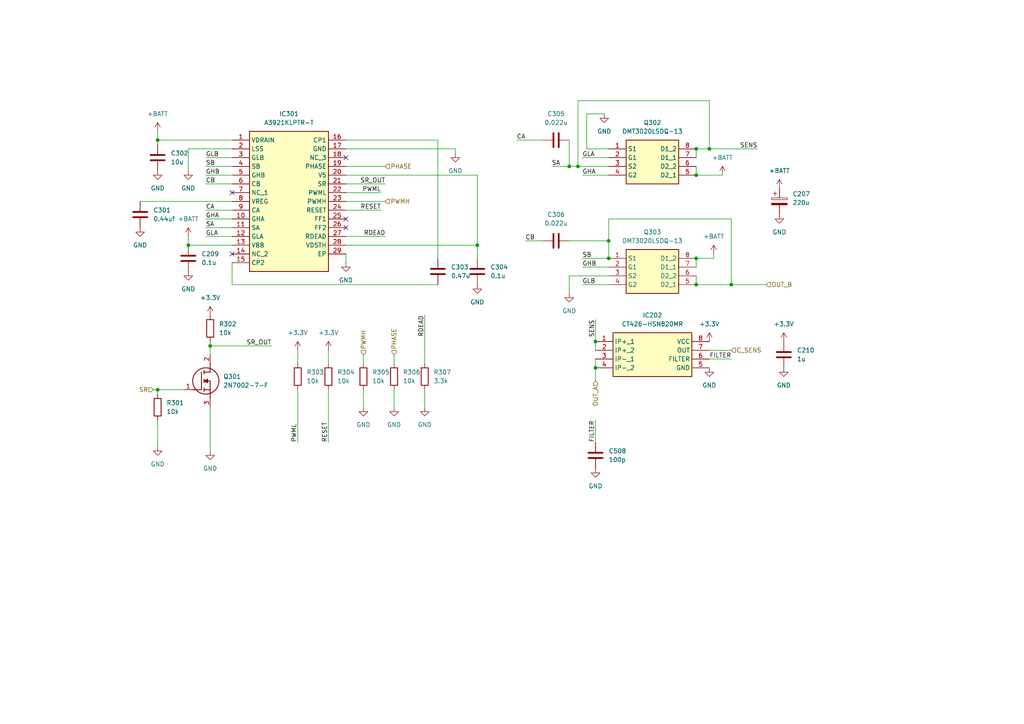
<source format=kicad_sch>
(kicad_sch (version 20230121) (generator eeschema)
  (paper "A4")
  (lib_symbols
    (symbol "motorDrive:+3.3V" (power) (pin_names (offset 0))
      (property "Value" "+3.3V" (at 0 3.556 0))
      (symbol "+3.3V_0_1"
        (polyline (pts (xy -0.762 1.27) (xy 0 2.54)))
        (polyline (pts (xy 0 0) (xy 0 2.54)))
        (polyline (pts (xy 0 2.54) (xy 0.762 1.27)))
      )
      (symbol "+3.3V_1_1"
        (pin power_in line (at 0 0 90) (length 0) hide (name "+3.3V") (number "1"))
      )
    )
    (symbol "motorDrive:+BATT" (power) (pin_names (offset 0))
      (property "Value" "+BATT" (at 0 3.556 0))
      (symbol "+BATT_0_1"
        (polyline (pts (xy -0.762 1.27) (xy 0 2.54)))
        (polyline (pts (xy 0 0) (xy 0 2.54)))
        (polyline (pts (xy 0 2.54) (xy 0.762 1.27)))
      )
      (symbol "+BATT_1_1"
        (pin power_in line (at 0 0 90) (length 0) hide (name "+BATT") (number "1"))
      )
    )
    (symbol "motorDrive:2N7002-7-F" (pin_names hide)
      (property "Reference" "Q" (at 11.43 3.81 0))
      (property "Value" "2N7002-7-F" (at 11.43 1.27 0))
      (symbol "2N7002-7-F_1_1"
        (polyline (pts (xy 2.54 0) (xy 5.08 0)) (stroke (width 0.254)))
        (polyline (pts (xy 5.08 5.08) (xy 5.08 0)) (stroke (width 0.254)))
        (polyline (pts (xy 5.842 -0.508) (xy 5.842 0.508)) (stroke (width 0.254)))
        (polyline (pts (xy 5.842 0) (xy 7.62 0)) (stroke (width 0.254)))
        (polyline (pts (xy 5.842 2.032) (xy 5.842 3.048)) (stroke (width 0.254)))
        (polyline (pts (xy 5.842 5.588) (xy 5.842 4.572)) (stroke (width 0.254)))
        (polyline (pts (xy 7.62 2.54) (xy 5.842 2.54)) (stroke (width 0.254)))
        (polyline (pts (xy 7.62 2.54) (xy 7.62 -2.54)) (stroke (width 0.254)))
        (polyline (pts (xy 7.62 5.08) (xy 5.842 5.08)) (stroke (width 0.254)))
        (polyline (pts (xy 7.62 5.08) (xy 7.62 7.62)) (stroke (width 0.254)))
        (polyline (pts (xy 5.842 2.54) (xy 6.858 3.048) (xy 6.858 2.032) (xy 5.842 2.54)) (stroke (width 0.254)) (fill (type outline)))
        (circle (center 6.35 2.54) (radius 3.81) (stroke (width 0.254)))
        (pin passive line (at 0 0 0) (length 2.54) (name "G") (number "1"))
        (pin passive line (at 7.62 10.16 270) (length 2.54) (name "D") (number "2"))
        (pin passive line (at 7.62 -5.08 90) (length 2.54) (name "S") (number "3"))
      )
    )
    (symbol "motorDrive:A3921KLPTR-T"
      (property "Reference" "IC" (at 29.21 7.62 0))
      (property "Value" "A3921KLPTR-T" (at 29.21 5.08 0))
      (symbol "A3921KLPTR-T_1_1"
        (rectangle (start 5.08 2.54) (end 27.94 -38.1) (stroke (width 0.254)) (fill (type background)))
        (pin passive line (at 0 0 0) (length 5.08) (name "VDRAIN") (number "1"))
        (pin passive line (at 0 -22.86 0) (length 5.08) (name "GHA") (number "10"))
        (pin passive line (at 0 -25.4 0) (length 5.08) (name "SA") (number "11"))
        (pin passive line (at 0 -27.94 0) (length 5.08) (name "GLA") (number "12"))
        (pin passive line (at 0 -30.48 0) (length 5.08) (name "VBB") (number "13"))
        (pin passive line (at 0 -33.02 0) (length 5.08) (name "NC_2") (number "14"))
        (pin passive line (at 0 -35.56 0) (length 5.08) (name "CP2") (number "15"))
        (pin passive line (at 33.02 0 180) (length 5.08) (name "CP1") (number "16"))
        (pin passive line (at 33.02 -2.54 180) (length 5.08) (name "GND") (number "17"))
        (pin passive line (at 33.02 -5.08 180) (length 5.08) (name "NC_3") (number "18"))
        (pin passive line (at 33.02 -7.62 180) (length 5.08) (name "PHASE") (number "19"))
        (pin passive line (at 0 -2.54 0) (length 5.08) (name "LSS") (number "2"))
        (pin passive line (at 33.02 -10.16 180) (length 5.08) (name "V5") (number "20"))
        (pin passive line (at 33.02 -12.7 180) (length 5.08) (name "SR") (number "21"))
        (pin passive line (at 33.02 -15.24 180) (length 5.08) (name "PWML") (number "22"))
        (pin passive line (at 33.02 -17.78 180) (length 5.08) (name "PWMH") (number "23"))
        (pin passive line (at 33.02 -20.32 180) (length 5.08) (name "RESET") (number "24"))
        (pin passive line (at 33.02 -22.86 180) (length 5.08) (name "FF1") (number "25"))
        (pin passive line (at 33.02 -25.4 180) (length 5.08) (name "FF2") (number "26"))
        (pin passive line (at 33.02 -27.94 180) (length 5.08) (name "RDEAD") (number "27"))
        (pin passive line (at 33.02 -30.48 180) (length 5.08) (name "VDSTH") (number "28"))
        (pin passive line (at 33.02 -33.02 180) (length 5.08) (name "EP") (number "29"))
        (pin passive line (at 0 -5.08 0) (length 5.08) (name "GLB") (number "3"))
        (pin passive line (at 0 -7.62 0) (length 5.08) (name "SB") (number "4"))
        (pin passive line (at 0 -10.16 0) (length 5.08) (name "GHB") (number "5"))
        (pin passive line (at 0 -12.7 0) (length 5.08) (name "CB") (number "6"))
        (pin passive line (at 0 -15.24 0) (length 5.08) (name "NC_1") (number "7"))
        (pin passive line (at 0 -17.78 0) (length 5.08) (name "VREG") (number "8"))
        (pin passive line (at 0 -20.32 0) (length 5.08) (name "CA") (number "9"))
      )
    )
    (symbol "motorDrive:C" (pin_numbers hide) (pin_names (offset 0.254))
      (property "Reference" "C" (at 0.635 2.54 0))
      (property "Value" "C" (at 0.635 -2.54 0))
      (symbol "C_0_1"
        (polyline (pts (xy -2.032 -0.762) (xy 2.032 -0.762)) (stroke (width 0.508)))
        (polyline (pts (xy -2.032 0.762) (xy 2.032 0.762)) (stroke (width 0.508)))
      )
      (symbol "C_1_1"
        (pin passive line (at 0 3.81 270) (length 2.794) (name "~") (number "1"))
        (pin passive line (at 0 -3.81 90) (length 2.794) (name "~") (number "2"))
      )
    )
    (symbol "motorDrive:CT426-HSN820MR"
      (property "Reference" "IC" (at 29.21 7.62 0))
      (property "Value" "CT426-HSN820MR" (at 29.21 5.08 0))
      (symbol "CT426-HSN820MR_1_1"
        (rectangle (start 5.08 2.54) (end 27.94 -10.16) (stroke (width 0.254)) (fill (type background)))
        (pin passive line (at 0 0 0) (length 5.08) (name "IP+_1") (number "1"))
        (pin passive line (at 0 -2.54 0) (length 5.08) (name "IP+_2") (number "2"))
        (pin passive line (at 0 -5.08 0) (length 5.08) (name "IP-_1") (number "3"))
        (pin passive line (at 0 -7.62 0) (length 5.08) (name "IP-_2") (number "4"))
        (pin passive line (at 33.02 -7.62 180) (length 5.08) (name "GND") (number "5"))
        (pin passive line (at 33.02 -5.08 180) (length 5.08) (name "FILTER") (number "6"))
        (pin passive line (at 33.02 -2.54 180) (length 5.08) (name "OUT") (number "7"))
        (pin passive line (at 33.02 0 180) (length 5.08) (name "VCC") (number "8"))
      )
    )
    (symbol "motorDrive:C_Polarized" (pin_numbers hide) (pin_names (offset 0.254))
      (property "Reference" "C" (at 0.635 2.54 0))
      (property "Value" "C_Polarized" (at 0.635 -2.54 0))
      (symbol "C_Polarized_0_1"
        (rectangle (start -2.286 0.508) (end 2.286 1.016))
        (polyline (pts (xy -1.778 2.286) (xy -0.762 2.286)))
        (polyline (pts (xy -1.27 2.794) (xy -1.27 1.778)))
        (rectangle (start 2.286 -0.508) (end -2.286 -1.016) (fill (type outline)))
      )
      (symbol "C_Polarized_1_1"
        (pin passive line (at 0 3.81 270) (length 2.794) (name "~") (number "1"))
        (pin passive line (at 0 -3.81 90) (length 2.794) (name "~") (number "2"))
      )
    )
    (symbol "motorDrive:DMT3020LSDQ-13"
      (property "Reference" "Q" (at 21.59 7.62 0))
      (property "Value" "DMT3020LSDQ-13" (at 21.59 5.08 0))
      (symbol "DMT3020LSDQ-13_1_1"
        (rectangle (start 5.08 2.54) (end 20.32 -10.16) (stroke (width 0.254)) (fill (type background)))
        (pin passive line (at 0 0 0) (length 5.08) (name "S1") (number "1"))
        (pin passive line (at 0 -2.54 0) (length 5.08) (name "G1") (number "2"))
        (pin passive line (at 0 -5.08 0) (length 5.08) (name "S2") (number "3"))
        (pin passive line (at 0 -7.62 0) (length 5.08) (name "G2") (number "4"))
        (pin passive line (at 25.4 -7.62 180) (length 5.08) (name "D2_1") (number "5"))
        (pin passive line (at 25.4 -5.08 180) (length 5.08) (name "D2_2") (number "6"))
        (pin passive line (at 25.4 -2.54 180) (length 5.08) (name "D1_1") (number "7"))
        (pin passive line (at 25.4 0 180) (length 5.08) (name "D1_2") (number "8"))
      )
    )
    (symbol "motorDrive:GND" (power) (pin_names (offset 0))
      (property "Value" "GND" (at 0 -3.81 0))
      (symbol "GND_0_1"
        (polyline (pts (xy 0 0) (xy 0 -1.27) (xy 1.27 -1.27) (xy 0 -2.54) (xy -1.27 -1.27) (xy 0 -1.27)))
      )
      (symbol "GND_1_1"
        (pin power_in line (at 0 0 270) (length 0) hide (name "GND") (number "1"))
      )
    )
    (symbol "motorDrive:R" (pin_numbers hide) (pin_names (offset 0))
      (property "Reference" "R" (at 2.032 0 90))
      (property "Value" "R" (at 0 0 90))
      (symbol "R_0_1"
        (rectangle (start -1.016 -2.54) (end 1.016 2.54) (stroke (width 0.254)))
      )
      (symbol "R_1_1"
        (pin passive line (at 0 3.81 270) (length 1.27) (name "~") (number "1"))
        (pin passive line (at 0 -3.81 90) (length 1.27) (name "~") (number "2"))
      )
    )
  )
  (junction (at 201.93 74.93))
  (junction (at 176.53 74.93))
  (junction (at 212.09 82.55))
  (junction (at 165.1 48.26))
  (junction (at 45.72 113.03))
  (junction (at 60.96 100.33))
  (junction (at 172.72 99.06))
  (junction (at 45.72 40.64))
  (junction (at 176.53 69.85))
  (junction (at 138.43 71.12))
  (junction (at 172.72 106.68))
  (junction (at 201.93 50.8))
  (junction (at 201.93 43.18))
  (junction (at 205.74 43.18))
  (junction (at 54.61 71.12))
  (junction (at 167.64 48.26))
  (junction (at 201.93 82.55))
  (no_connect (at 67.31 73.66))
  (no_connect (at 100.33 66.04))
  (no_connect (at 100.33 63.5))
  (no_connect (at 67.31 55.88))
  (no_connect (at 100.33 45.72))
  (wire (pts (xy 95.25 113.03) (xy 95.25 128.27)))
  (wire (pts (xy 105.41 105.41) (xy 105.41 102.87)))
  (wire (pts (xy 45.72 114.3) (xy 45.72 113.03)))
  (wire (pts (xy 176.53 63.5) (xy 212.09 63.5)))
  (wire (pts (xy 168.91 45.72) (xy 176.53 45.72)))
  (wire (pts (xy 60.96 100.33) (xy 78.74 100.33)))
  (wire (pts (xy 100.33 55.88) (xy 110.49 55.88)))
  (wire (pts (xy 54.61 43.18) (xy 54.61 49.53)))
  (wire (pts (xy 165.1 69.85) (xy 176.53 69.85)))
  (wire (pts (xy 201.93 48.26) (xy 201.93 50.8)))
  (wire (pts (xy 44.45 113.03) (xy 45.72 113.03)))
  (wire (pts (xy 152.4 69.85) (xy 157.48 69.85)))
  (wire (pts (xy 100.33 60.96) (xy 110.49 60.96)))
  (wire (pts (xy 45.72 113.03) (xy 53.34 113.03)))
  (wire (pts (xy 40.64 58.42) (xy 67.31 58.42)))
  (wire (pts (xy 170.18 33.02) (xy 175.26 33.02)))
  (wire (pts (xy 172.72 92.71) (xy 172.72 99.06)))
  (wire (pts (xy 67.31 82.55) (xy 67.31 76.2)))
  (wire (pts (xy 59.69 48.26) (xy 67.31 48.26)))
  (wire (pts (xy 100.33 40.64) (xy 127 40.64)))
  (wire (pts (xy 201.93 82.55) (xy 212.09 82.55)))
  (wire (pts (xy 176.53 43.18) (xy 170.18 43.18)))
  (wire (pts (xy 172.72 106.68) (xy 172.72 110.49)))
  (wire (pts (xy 167.64 29.21) (xy 167.64 48.26)))
  (wire (pts (xy 165.1 48.26) (xy 167.64 48.26)))
  (wire (pts (xy 60.96 100.33) (xy 60.96 99.06)))
  (wire (pts (xy 100.33 68.58) (xy 111.76 68.58)))
  (wire (pts (xy 201.93 43.18) (xy 205.74 43.18)))
  (wire (pts (xy 212.09 63.5) (xy 212.09 82.55)))
  (wire (pts (xy 176.53 80.01) (xy 165.1 80.01)))
  (wire (pts (xy 123.19 91.44) (xy 123.19 105.41)))
  (wire (pts (xy 172.72 121.92) (xy 172.72 128.27)))
  (wire (pts (xy 160.02 48.26) (xy 165.1 48.26)))
  (wire (pts (xy 111.76 48.26) (xy 100.33 48.26)))
  (wire (pts (xy 86.36 113.03) (xy 86.36 128.27)))
  (wire (pts (xy 45.72 121.92) (xy 45.72 129.54)))
  (wire (pts (xy 138.43 71.12) (xy 138.43 74.93)))
  (wire (pts (xy 172.72 104.14) (xy 172.72 106.68)))
  (wire (pts (xy 60.96 100.33) (xy 60.96 102.87)))
  (wire (pts (xy 59.69 66.04) (xy 67.31 66.04)))
  (wire (pts (xy 201.93 43.18) (xy 201.93 45.72)))
  (wire (pts (xy 59.69 53.34) (xy 67.31 53.34)))
  (wire (pts (xy 168.91 82.55) (xy 176.53 82.55)))
  (wire (pts (xy 138.43 50.8) (xy 138.43 71.12)))
  (wire (pts (xy 95.25 101.6) (xy 95.25 105.41)))
  (wire (pts (xy 205.74 104.14) (xy 212.09 104.14)))
  (wire (pts (xy 114.3 113.03) (xy 114.3 118.11)))
  (wire (pts (xy 212.09 101.6) (xy 205.74 101.6)))
  (wire (pts (xy 167.64 48.26) (xy 176.53 48.26)))
  (wire (pts (xy 176.53 69.85) (xy 176.53 74.93)))
  (wire (pts (xy 45.72 40.64) (xy 45.72 41.91)))
  (wire (pts (xy 205.74 43.18) (xy 205.74 29.21)))
  (wire (pts (xy 100.33 43.18) (xy 132.08 43.18)))
  (wire (pts (xy 111.76 58.42) (xy 100.33 58.42)))
  (wire (pts (xy 201.93 80.01) (xy 201.93 82.55)))
  (wire (pts (xy 59.69 60.96) (xy 67.31 60.96)))
  (wire (pts (xy 207.01 74.93) (xy 201.93 74.93)))
  (wire (pts (xy 165.1 80.01) (xy 165.1 85.09)))
  (wire (pts (xy 172.72 99.06) (xy 172.72 101.6)))
  (wire (pts (xy 100.33 71.12) (xy 138.43 71.12)))
  (wire (pts (xy 165.1 40.64) (xy 165.1 48.26)))
  (wire (pts (xy 170.18 43.18) (xy 170.18 33.02)))
  (wire (pts (xy 123.19 118.11) (xy 123.19 113.03)))
  (wire (pts (xy 127 40.64) (xy 127 74.93)))
  (wire (pts (xy 45.72 38.1) (xy 45.72 40.64)))
  (wire (pts (xy 201.93 50.8) (xy 209.55 50.8)))
  (wire (pts (xy 207.01 73.66) (xy 207.01 74.93)))
  (wire (pts (xy 114.3 105.41) (xy 114.3 102.87)))
  (wire (pts (xy 67.31 82.55) (xy 127 82.55)))
  (wire (pts (xy 86.36 101.6) (xy 86.36 105.41)))
  (wire (pts (xy 149.86 40.64) (xy 157.48 40.64)))
  (wire (pts (xy 212.09 82.55) (xy 222.25 82.55)))
  (wire (pts (xy 67.31 40.64) (xy 45.72 40.64)))
  (wire (pts (xy 100.33 50.8) (xy 138.43 50.8)))
  (wire (pts (xy 168.91 77.47) (xy 176.53 77.47)))
  (wire (pts (xy 100.33 73.66) (xy 100.33 76.2)))
  (wire (pts (xy 59.69 45.72) (xy 67.31 45.72)))
  (wire (pts (xy 168.91 50.8) (xy 176.53 50.8)))
  (wire (pts (xy 168.91 74.93) (xy 176.53 74.93)))
  (wire (pts (xy 205.74 29.21) (xy 167.64 29.21)))
  (wire (pts (xy 54.61 68.58) (xy 54.61 71.12)))
  (wire (pts (xy 176.53 69.85) (xy 176.53 63.5)))
  (wire (pts (xy 59.69 50.8) (xy 67.31 50.8)))
  (wire (pts (xy 60.96 130.81) (xy 60.96 118.11)))
  (wire (pts (xy 201.93 74.93) (xy 201.93 77.47)))
  (wire (pts (xy 59.69 68.58) (xy 67.31 68.58)))
  (wire (pts (xy 59.69 63.5) (xy 67.31 63.5)))
  (wire (pts (xy 100.33 53.34) (xy 111.76 53.34)))
  (wire (pts (xy 132.08 43.18) (xy 132.08 44.45)))
  (wire (pts (xy 205.74 43.18) (xy 219.71 43.18)))
  (wire (pts (xy 105.41 113.03) (xy 105.41 118.11)))
  (wire (pts (xy 54.61 43.18) (xy 67.31 43.18)))
  (wire (pts (xy 54.61 71.12) (xy 67.31 71.12)))
  (label "RDEAD" (at 123.19 91.44 270))
  (label "RESET" (at 95.25 128.27 90))
  (label "SA" (at 59.69 66.04 0))
  (label "SB" (at 59.69 48.26 0))
  (label "GHB" (at 168.91 77.47 0))
  (label "PWML" (at 110.49 55.88 180))
  (label "SR_OUT" (at 111.76 53.34 180))
  (label "PWML" (at 86.36 128.27 90))
  (label "CA" (at 59.69 60.96 0))
  (label "CB" (at 59.69 53.34 0))
  (label "CB" (at 152.4 69.85 0))
  (label "RESET" (at 110.49 60.96 180))
  (label "GLA" (at 168.91 45.72 0))
  (label "GHA" (at 168.91 50.8 0))
  (label "FILTER" (at 212.09 104.14 180))
  (label "GHA" (at 59.69 63.5 0))
  (label "SA" (at 160.02 48.26 0))
  (label "SENS" (at 172.72 92.71 270))
  (label "GLB" (at 168.91 82.55 0))
  (label "GLA" (at 59.69 68.58 0))
  (label "CA" (at 149.86 40.64 0))
  (label "RDEAD" (at 111.76 68.58 180))
  (label "SR_OUT" (at 78.74 100.33 180))
  (label "GLB" (at 59.69 45.72 0))
  (label "FILTER" (at 172.72 121.92 270))
  (label "SENS" (at 219.71 43.18 180))
  (label "GHB" (at 59.69 50.8 0))
  (label "SB" (at 168.91 74.93 0))
  (hierarchical_label "OUT_A" (shape input) (at 172.72 110.49 270))
  (hierarchical_label "PHASE" (shape input) (at 111.76 48.26 0))
  (hierarchical_label "PWMH" (shape input) (at 105.41 102.87 90))
  (hierarchical_label "OUT_B" (shape input) (at 222.25 82.55 0))
  (hierarchical_label "PWMH" (shape input) (at 111.76 58.42 0))
  (hierarchical_label "C_SENS" (shape input) (at 212.09 101.6 0))
  (hierarchical_label "SR" (shape input) (at 44.45 113.03 180))
  (hierarchical_label "PHASE" (shape input) (at 114.3 102.87 90))
  (symbol (lib_id "motorDrive:R") (at 45.72 118.11 180) (unit 1)
    (property "Reference" "R301" (at 48.26 116.84 0) (effects (justify right)))
    (property "Value" "10k" (at 48.26 119.38 0) (effects (justify right)))
    (property "Footprint" "Resistor_SMD:R_0603_1608Metric" (effects hide))
    (instances (project "motorDrive" (path "" (reference "R301") (unit 1)) (path "" (reference "R201") (unit 1)) (path "" (reference "R401") (unit 1)) (path "" (reference "R501") (unit 1)) (path "" (reference "R601") (unit 1))))
  )
  (symbol (lib_id "motorDrive:DMT3020LSDQ-13") (at 176.53 43.18 0) (unit 1)
    (property "Reference" "Q302" (at 189.23 35.56 0))
    (property "Value" "DMT3020LSDQ-13" (at 189.23 38.1 0))
    (property "Footprint" "00_myFoot_7.0Lib:SOIC127P600X170-8N" (effects hide))
    (property "Datasheet" "https://www.diodes.com//assets/Datasheets/DMT3020LSDQ.pdf" (effects hide))
    (property "Height" "1.7" (effects hide))
    (property "Manufacturer_Name" "Diodes Incorporated" (effects hide))
    (property "Manufacturer_Part_Number" "DMT3020LSDQ-13" (effects hide))
    (property "Mouser Part Number" "621-DMT3020LSDQ-13" (effects hide))
    (property "Mouser Price/Stock" "https://www.mouser.co.uk/ProductDetail/Diodes-Incorporated/DMT3020LSDQ-13?qs=Cb2nCFKsA8rthxKmUbYESA%3D%3D" (effects hide))
    (property "Arrow Part Number" "DMT3020LSDQ-13" (effects hide))
    (property "Arrow Price/Stock" "https://www.arrow.com/en/products/dmt3020lsdq-13/diodes-incorporated?region=nac" (effects hide))
    (instances (project "motorDrive" (path "" (reference "Q302") (unit 1)) (path "" (reference "Q202") (unit 1)) (path "" (reference "Q402") (unit 1)) (path "" (reference "Q502") (unit 1)) (path "" (reference "Q602") (unit 1))))
  )
  (symbol (lib_id "motorDrive:+3.3V") (at 205.74 99.06 0) (unit 1)
    (property "Reference" "#PWR0224" (effects hide))
    (property "Value" "+3.3V" (at 205.74 93.98 0))
    (instances (project "motorDrive" (path "" (reference "#PWR0224") (unit 1)) (path "" (reference "#PWR0324") (unit 1)) (path "" (reference "#PWR0424") (unit 1)) (path "" (reference "#PWR0524") (unit 1)) (path "" (reference "#PWR0624") (unit 1))))
  )
  (symbol (lib_id "motorDrive:2N7002-7-F") (at 53.34 113.03 0) (unit 1)
    (property "Reference" "Q301" (at 64.77 109.22 0) (effects (justify left)))
    (property "Value" "2N7002-7-F" (at 64.77 111.76 0) (effects (justify left)))
    (property "Footprint" "00_myFoot_7.0Lib:SOT95P240X100-3N" (effects hide))
    (property "Datasheet" "https://componentsearchengine.com/Datasheets/2/2N7002-7-F.pdf" (effects hide))
    (property "Height" "1" (effects hide))
    (property "Manufacturer_Name" "Multicomp Pro" (effects hide))
    (property "Manufacturer_Part_Number" "2N7002-7-F" (effects hide))
    (instances (project "motorDrive" (path "" (reference "Q301") (unit 1)) (path "" (reference "Q201") (unit 1)) (path "" (reference "Q401") (unit 1)) (path "" (reference "Q501") (unit 1)) (path "" (reference "Q601") (unit 1))))
  )
  (symbol (lib_id "motorDrive:GND") (at 132.08 44.45 0) (unit 1)
    (property "Reference" "#PWR0313" (effects hide))
    (property "Value" "GND" (at 132.08 49.53 0))
    (instances (project "motorDrive" (path "" (reference "#PWR0313") (unit 1)) (path "" (reference "#PWR0213") (unit 1)) (path "" (reference "#PWR0413") (unit 1)) (path "" (reference "#PWR0513") (unit 1)) (path "" (reference "#PWR0613") (unit 1))))
  )
  (symbol (lib_id "motorDrive:C") (at 172.72 132.08 0) (unit 1)
    (property "Reference" "C508" (at 176.53 130.81 0) (effects (justify left)))
    (property "Value" "100p" (at 176.53 133.35 0) (effects (justify left)))
    (property "Footprint" "Capacitor_SMD:C_0603_1608Metric" (effects hide))
    (instances (project "motorDrive" (path "" (reference "C508") (unit 1)) (path "" (reference "C208") (unit 1)) (path "" (reference "C308") (unit 1)) (path "" (reference "C408") (unit 1)) (path "" (reference "C608") (unit 1))))
  )
  (symbol (lib_id "motorDrive:CT426-HSN820MR") (at 172.72 99.06 0) (unit 1)
    (property "Reference" "IC202" (at 189.23 91.44 0))
    (property "Value" "CT426-HSN820MR" (at 189.23 93.98 0))
    (property "Footprint" "00_myFoot_7.0Lib:SOIC127P600X172-8N" (effects hide))
    (property "Datasheet" "https://www.mouser.co.uk/datasheet/2/779/CT426_Data_Sheet_Rev0_7-2934570.pdf" (effects hide))
    (property "Height" "1.72" (effects hide))
    (property "Manufacturer_Name" "Crocus" (effects hide))
    (property "Manufacturer_Part_Number" "CT426-HSN820MR" (effects hide))
    (instances (project "motorDrive" (path "" (reference "IC202") (unit 1)) (path "" (reference "IC302") (unit 1)) (path "" (reference "IC402") (unit 1)) (path "" (reference "IC502") (unit 1)) (path "" (reference "IC602") (unit 1))))
  )
  (symbol (lib_id "motorDrive:GND") (at 54.61 49.53 0) (unit 1)
    (property "Reference" "#PWR0304" (effects hide))
    (property "Value" "GND" (at 54.61 54.61 0))
    (instances (project "motorDrive" (path "" (reference "#PWR0304") (unit 1)) (path "" (reference "#PWR0204") (unit 1)) (path "" (reference "#PWR0404") (unit 1)) (path "" (reference "#PWR0504") (unit 1)) (path "" (reference "#PWR0604") (unit 1))))
  )
  (symbol (lib_id "motorDrive:GND") (at 227.33 106.68 0) (unit 1)
    (property "Reference" "#PWR0228" (effects hide))
    (property "Value" "GND" (at 227.33 111.76 0))
    (instances (project "motorDrive" (path "" (reference "#PWR0228") (unit 1)) (path "" (reference "#PWR0328") (unit 1)) (path "" (reference "#PWR0428") (unit 1)) (path "" (reference "#PWR0528") (unit 1)) (path "" (reference "#PWR0628") (unit 1))))
  )
  (symbol (lib_id "motorDrive:GND") (at 100.33 76.2 0) (unit 1)
    (property "Reference" "#PWR0309" (effects hide))
    (property "Value" "GND" (at 100.33 81.28 0))
    (instances (project "motorDrive" (path "" (reference "#PWR0309") (unit 1)) (path "" (reference "#PWR0209") (unit 1)) (path "" (reference "#PWR0409") (unit 1)) (path "" (reference "#PWR0509") (unit 1)) (path "" (reference "#PWR0609") (unit 1))))
  )
  (symbol (lib_id "motorDrive:+3.3V") (at 86.36 101.6 0) (unit 1)
    (property "Reference" "#PWR0208" (effects hide))
    (property "Value" "+3.3V" (at 86.36 96.52 0))
    (instances (project "motorDrive" (path "" (reference "#PWR0208") (unit 1)) (path "" (reference "#PWR0308") (unit 1)) (path "" (reference "#PWR0408") (unit 1)) (path "" (reference "#PWR0508") (unit 1)) (path "" (reference "#PWR0608") (unit 1))))
  )
  (symbol (lib_id "motorDrive:C") (at 138.43 78.74 0) (unit 1)
    (property "Reference" "C304" (at 142.24 77.47 0) (effects (justify left)))
    (property "Value" "0.1u" (at 142.24 80.01 0) (effects (justify left)))
    (property "Footprint" "Capacitor_SMD:C_0603_1608Metric" (effects hide))
    (instances (project "motorDrive" (path "" (reference "C304") (unit 1)) (path "" (reference "C204") (unit 1)) (path "" (reference "C404") (unit 1)) (path "" (reference "C504") (unit 1)) (path "" (reference "C604") (unit 1))))
  )
  (symbol (lib_id "motorDrive:GND") (at 138.43 82.55 0) (unit 1)
    (property "Reference" "#PWR0315" (effects hide))
    (property "Value" "GND" (at 138.43 87.63 0))
    (instances (project "motorDrive" (path "" (reference "#PWR0315") (unit 1)) (path "" (reference "#PWR0215") (unit 1)) (path "" (reference "#PWR0415") (unit 1)) (path "" (reference "#PWR0515") (unit 1)) (path "" (reference "#PWR0615") (unit 1))))
  )
  (symbol (lib_id "motorDrive:+BATT") (at 54.61 68.58 0) (unit 1)
    (property "Reference" "#PWR0305" (effects hide))
    (property "Value" "+BATT" (at 54.61 63.5 0))
    (instances (project "motorDrive" (path "" (reference "#PWR0305") (unit 1)) (path "" (reference "#PWR0205") (unit 1)) (path "" (reference "#PWR0405") (unit 1)) (path "" (reference "#PWR0505") (unit 1)) (path "" (reference "#PWR0605") (unit 1))))
  )
  (symbol (lib_id "motorDrive:GND") (at 226.06 62.23 0) (unit 1)
    (property "Reference" "#PWR0221" (effects hide))
    (property "Value" "GND" (at 226.06 67.31 0))
    (instances (project "motorDrive" (path "" (reference "#PWR0221") (unit 1)) (path "" (reference "#PWR0321") (unit 1)) (path "" (reference "#PWR0421") (unit 1)) (path "" (reference "#PWR0521") (unit 1)) (path "" (reference "#PWR0621") (unit 1))))
  )
  (symbol (lib_id "motorDrive:GND") (at 45.72 49.53 0) (unit 1)
    (property "Reference" "#PWR0303" (effects hide))
    (property "Value" "GND" (at 45.72 54.61 0))
    (instances (project "motorDrive" (path "" (reference "#PWR0303") (unit 1)) (path "" (reference "#PWR0203") (unit 1)) (path "" (reference "#PWR0403") (unit 1)) (path "" (reference "#PWR0503") (unit 1)) (path "" (reference "#PWR0603") (unit 1))))
  )
  (symbol (lib_id "motorDrive:GND") (at 165.1 85.09 0) (unit 1)
    (property "Reference" "#PWR0316" (effects hide))
    (property "Value" "GND" (at 165.1 90.17 0))
    (instances (project "motorDrive" (path "" (reference "#PWR0316") (unit 1)) (path "" (reference "#PWR0216") (unit 1)) (path "" (reference "#PWR0416") (unit 1)) (path "" (reference "#PWR0516") (unit 1)) (path "" (reference "#PWR0616") (unit 1))))
  )
  (symbol (lib_id "motorDrive:C") (at 40.64 62.23 0) (unit 1)
    (property "Reference" "C301" (at 44.45 60.96 0) (effects (justify left)))
    (property "Value" "0.44uf" (at 44.45 63.5 0) (effects (justify left)))
    (property "Footprint" "Capacitor_SMD:C_0603_1608Metric" (effects hide))
    (instances (project "motorDrive" (path "" (reference "C301") (unit 1)) (path "" (reference "C201") (unit 1)) (path "" (reference "C401") (unit 1)) (path "" (reference "C501") (unit 1)) (path "" (reference "C601") (unit 1))))
  )
  (symbol (lib_id "motorDrive:+BATT") (at 207.01 73.66 0) (unit 1)
    (property "Reference" "#PWR0318" (effects hide))
    (property "Value" "+BATT" (at 207.01 68.58 0))
    (instances (project "motorDrive" (path "" (reference "#PWR0318") (unit 1)) (path "" (reference "#PWR0218") (unit 1)) (path "" (reference "#PWR0418") (unit 1)) (path "" (reference "#PWR0518") (unit 1)) (path "" (reference "#PWR0618") (unit 1))))
  )
  (symbol (lib_id "motorDrive:GND") (at 105.41 118.11 0) (unit 1)
    (property "Reference" "#PWR0311" (effects hide))
    (property "Value" "GND" (at 105.41 123.19 0))
    (instances (project "motorDrive" (path "" (reference "#PWR0311") (unit 1)) (path "" (reference "#PWR0211") (unit 1)) (path "" (reference "#PWR0411") (unit 1)) (path "" (reference "#PWR0511") (unit 1)) (path "" (reference "#PWR0611") (unit 1))))
  )
  (symbol (lib_id "motorDrive:DMT3020LSDQ-13") (at 176.53 74.93 0) (unit 1)
    (property "Reference" "Q303" (at 189.23 67.31 0))
    (property "Value" "DMT3020LSDQ-13" (at 189.23 69.85 0))
    (property "Footprint" "00_myFoot_7.0Lib:SOIC127P600X170-8N" (effects hide))
    (property "Datasheet" "https://www.diodes.com//assets/Datasheets/DMT3020LSDQ.pdf" (effects hide))
    (property "Height" "1.7" (effects hide))
    (property "Manufacturer_Name" "Diodes Incorporated" (effects hide))
    (property "Manufacturer_Part_Number" "DMT3020LSDQ-13" (effects hide))
    (property "Mouser Part Number" "621-DMT3020LSDQ-13" (effects hide))
    (property "Mouser Price/Stock" "https://www.mouser.co.uk/ProductDetail/Diodes-Incorporated/DMT3020LSDQ-13?qs=Cb2nCFKsA8rthxKmUbYESA%3D%3D" (effects hide))
    (property "Arrow Part Number" "DMT3020LSDQ-13" (effects hide))
    (property "Arrow Price/Stock" "https://www.arrow.com/en/products/dmt3020lsdq-13/diodes-incorporated?region=nac" (effects hide))
    (instances (project "motorDrive" (path "" (reference "Q303") (unit 1)) (path "" (reference "Q203") (unit 1)) (path "" (reference "Q403") (unit 1)) (path "" (reference "Q503") (unit 1)) (path "" (reference "Q603") (unit 1))))
  )
  (symbol (lib_id "motorDrive:+BATT") (at 209.55 50.8 0) (unit 1)
    (property "Reference" "#PWR0319" (effects hide))
    (property "Value" "+BATT" (at 209.55 45.72 0))
    (instances (project "motorDrive" (path "" (reference "#PWR0319") (unit 1)) (path "" (reference "#PWR0219") (unit 1)) (path "" (reference "#PWR0419") (unit 1)) (path "" (reference "#PWR0519") (unit 1)) (path "" (reference "#PWR0619") (unit 1))))
  )
  (symbol (lib_id "motorDrive:R") (at 86.36 109.22 180) (unit 1)
    (property "Reference" "R303" (at 88.9 107.95 0) (effects (justify right)))
    (property "Value" "10k" (at 88.9 110.49 0) (effects (justify right)))
    (property "Footprint" "Resistor_SMD:R_0603_1608Metric" (effects hide))
    (instances (project "motorDrive" (path "" (reference "R303") (unit 1)) (path "" (reference "R203") (unit 1)) (path "" (reference "R403") (unit 1)) (path "" (reference "R503") (unit 1)) (path "" (reference "R603") (unit 1))))
  )
  (symbol (lib_id "motorDrive:R") (at 60.96 95.25 180) (unit 1)
    (property "Reference" "R302" (at 63.5 93.98 0) (effects (justify right)))
    (property "Value" "10k" (at 63.5 96.52 0) (effects (justify right)))
    (property "Footprint" "Resistor_SMD:R_0603_1608Metric" (effects hide))
    (instances (project "motorDrive" (path "" (reference "R302") (unit 1)) (path "" (reference "R202") (unit 1)) (path "" (reference "R402") (unit 1)) (path "" (reference "R502") (unit 1)) (path "" (reference "R602") (unit 1))))
  )
  (symbol (lib_id "motorDrive:C") (at 227.33 102.87 0) (unit 1)
    (property "Reference" "C210" (at 231.14 101.6 0) (effects (justify left)))
    (property "Value" "1u" (at 231.14 104.14 0) (effects (justify left)))
    (property "Footprint" "Capacitor_SMD:C_0603_1608Metric" (effects hide))
    (instances (project "motorDrive" (path "" (reference "C210") (unit 1)) (path "" (reference "C310") (unit 1)) (path "" (reference "C410") (unit 1)) (path "" (reference "C510") (unit 1)) (path "" (reference "C610") (unit 1))))
  )
  (symbol (lib_id "motorDrive:GND") (at 114.3 118.11 0) (unit 1)
    (property "Reference" "#PWR0312" (effects hide))
    (property "Value" "GND" (at 114.3 123.19 0))
    (instances (project "motorDrive" (path "" (reference "#PWR0312") (unit 1)) (path "" (reference "#PWR0212") (unit 1)) (path "" (reference "#PWR0412") (unit 1)) (path "" (reference "#PWR0512") (unit 1)) (path "" (reference "#PWR0612") (unit 1))))
  )
  (symbol (lib_id "motorDrive:GND") (at 54.61 78.74 0) (unit 1)
    (property "Reference" "#PWR0226" (effects hide))
    (property "Value" "GND" (at 54.61 83.82 0))
    (instances (project "motorDrive" (path "" (reference "#PWR0226") (unit 1)) (path "" (reference "#PWR0326") (unit 1)) (path "" (reference "#PWR0426") (unit 1)) (path "" (reference "#PWR0526") (unit 1)) (path "" (reference "#PWR0626") (unit 1))))
  )
  (symbol (lib_id "motorDrive:GND") (at 175.26 33.02 0) (unit 1)
    (property "Reference" "#PWR0317" (effects hide))
    (property "Value" "GND" (at 175.26 38.1 0))
    (instances (project "motorDrive" (path "" (reference "#PWR0317") (unit 1)) (path "" (reference "#PWR0217") (unit 1)) (path "" (reference "#PWR0417") (unit 1)) (path "" (reference "#PWR0517") (unit 1)) (path "" (reference "#PWR0617") (unit 1))))
  )
  (symbol (lib_id "motorDrive:R") (at 123.19 109.22 180) (unit 1)
    (property "Reference" "R307" (at 125.73 107.95 0) (effects (justify right)))
    (property "Value" "3.3k" (at 125.73 110.49 0) (effects (justify right)))
    (property "Footprint" "Resistor_SMD:R_0603_1608Metric" (effects hide))
    (instances (project "motorDrive" (path "" (reference "R307") (unit 1)) (path "" (reference "R207") (unit 1)) (path "" (reference "R407") (unit 1)) (path "" (reference "R507") (unit 1)) (path "" (reference "R607") (unit 1))))
  )
  (symbol (lib_id "motorDrive:+3.3V") (at 95.25 101.6 0) (unit 1)
    (property "Reference" "#PWR0206" (effects hide))
    (property "Value" "+3.3V" (at 95.25 96.52 0))
    (instances (project "motorDrive" (path "" (reference "#PWR0206") (unit 1)) (path "" (reference "#PWR0306") (unit 1)) (path "" (reference "#PWR0406") (unit 1)) (path "" (reference "#PWR0506") (unit 1)) (path "" (reference "#PWR0606") (unit 1))))
  )
  (symbol (lib_id "motorDrive:GND") (at 172.72 135.89 0) (unit 1)
    (property "Reference" "#PWR0222" (effects hide))
    (property "Value" "GND" (at 172.72 140.97 0))
    (instances (project "motorDrive" (path "" (reference "#PWR0222") (unit 1)) (path "" (reference "#PWR0322") (unit 1)) (path "" (reference "#PWR0422") (unit 1)) (path "" (reference "#PWR0522") (unit 1)) (path "" (reference "#PWR0622") (unit 1))))
  )
  (symbol (lib_id "motorDrive:R") (at 114.3 109.22 180) (unit 1)
    (property "Reference" "R306" (at 116.84 107.95 0) (effects (justify right)))
    (property "Value" "10k" (at 116.84 110.49 0) (effects (justify right)))
    (property "Footprint" "Resistor_SMD:R_0603_1608Metric" (effects hide))
    (instances (project "motorDrive" (path "" (reference "R306") (unit 1)) (path "" (reference "R206") (unit 1)) (path "" (reference "R406") (unit 1)) (path "" (reference "R506") (unit 1)) (path "" (reference "R606") (unit 1))))
  )
  (symbol (lib_id "motorDrive:C") (at 127 78.74 0) (unit 1)
    (property "Reference" "C303" (at 130.81 77.47 0) (effects (justify left)))
    (property "Value" "0.47u" (at 130.81 80.01 0) (effects (justify left)))
    (property "Footprint" "Capacitor_SMD:C_0603_1608Metric" (effects hide))
    (instances (project "motorDrive" (path "" (reference "C303") (unit 1)) (path "" (reference "C203") (unit 1)) (path "" (reference "C403") (unit 1)) (path "" (reference "C503") (unit 1)) (path "" (reference "C603") (unit 1))))
  )
  (symbol (lib_id "motorDrive:GND") (at 60.96 130.81 0) (unit 1)
    (property "Reference" "#PWR0307" (effects hide))
    (property "Value" "GND" (at 60.96 135.89 0))
    (instances (project "motorDrive" (path "" (reference "#PWR0307") (unit 1)) (path "" (reference "#PWR0207") (unit 1)) (path "" (reference "#PWR0407") (unit 1)) (path "" (reference "#PWR0507") (unit 1)) (path "" (reference "#PWR0607") (unit 1))))
  )
  (symbol (lib_id "motorDrive:C") (at 161.29 40.64 270) (unit 1)
    (property "Reference" "C305" (at 161.29 33.02 90))
    (property "Value" "0.022u" (at 161.29 35.56 90))
    (property "Footprint" "Capacitor_SMD:C_0603_1608Metric" (effects hide))
    (instances (project "motorDrive" (path "" (reference "C305") (unit 1)) (path "" (reference "C205") (unit 1)) (path "" (reference "C405") (unit 1)) (path "" (reference "C505") (unit 1)) (path "" (reference "C605") (unit 1))))
  )
  (symbol (lib_id "motorDrive:GND") (at 40.64 66.04 0) (unit 1)
    (property "Reference" "#PWR0301" (effects hide))
    (property "Value" "GND" (at 40.64 71.12 0))
    (instances (project "motorDrive" (path "" (reference "#PWR0301") (unit 1)) (path "" (reference "#PWR0201") (unit 1)) (path "" (reference "#PWR0401") (unit 1)) (path "" (reference "#PWR0501") (unit 1)) (path "" (reference "#PWR0601") (unit 1))))
  )
  (symbol (lib_id "motorDrive:GND") (at 45.72 129.54 0) (unit 1)
    (property "Reference" "#PWR0302" (effects hide))
    (property "Value" "GND" (at 45.72 134.62 0))
    (instances (project "motorDrive" (path "" (reference "#PWR0302") (unit 1)) (path "" (reference "#PWR0202") (unit 1)) (path "" (reference "#PWR0402") (unit 1)) (path "" (reference "#PWR0502") (unit 1)) (path "" (reference "#PWR0602") (unit 1))))
  )
  (symbol (lib_id "motorDrive:C") (at 161.29 69.85 270) (unit 1)
    (property "Reference" "C306" (at 161.29 62.23 90))
    (property "Value" "0.022u" (at 161.29 64.77 90))
    (property "Footprint" "Capacitor_SMD:C_0603_1608Metric" (effects hide))
    (instances (project "motorDrive" (path "" (reference "C306") (unit 1)) (path "" (reference "C206") (unit 1)) (path "" (reference "C406") (unit 1)) (path "" (reference "C506") (unit 1)) (path "" (reference "C606") (unit 1))))
  )
  (symbol (lib_id "motorDrive:+3.3V") (at 60.96 91.44 0) (unit 1)
    (property "Reference" "#PWR0210" (effects hide))
    (property "Value" "+3.3V" (at 60.96 86.36 0))
    (instances (project "motorDrive" (path "" (reference "#PWR0210") (unit 1)) (path "" (reference "#PWR0310") (unit 1)) (path "" (reference "#PWR0410") (unit 1)) (path "" (reference "#PWR0510") (unit 1)) (path "" (reference "#PWR0610") (unit 1))))
  )
  (symbol (lib_id "motorDrive:+BATT") (at 226.06 54.61 0) (unit 1)
    (property "Reference" "#PWR0220" (effects hide))
    (property "Value" "+BATT" (at 226.06 49.53 0))
    (instances (project "motorDrive" (path "" (reference "#PWR0220") (unit 1)) (path "" (reference "#PWR0320") (unit 1)) (path "" (reference "#PWR0420") (unit 1)) (path "" (reference "#PWR0520") (unit 1)) (path "" (reference "#PWR0620") (unit 1))))
  )
  (symbol (lib_id "motorDrive:GND") (at 123.19 118.11 0) (unit 1)
    (property "Reference" "#PWR0314" (effects hide))
    (property "Value" "GND" (at 123.19 123.19 0))
    (instances (project "motorDrive" (path "" (reference "#PWR0314") (unit 1)) (path "" (reference "#PWR0214") (unit 1)) (path "" (reference "#PWR0414") (unit 1)) (path "" (reference "#PWR0514") (unit 1)) (path "" (reference "#PWR0614") (unit 1))))
  )
  (symbol (lib_id "motorDrive:GND") (at 205.74 106.68 0) (unit 1)
    (property "Reference" "#PWR0225" (effects hide))
    (property "Value" "GND" (at 205.74 111.76 0))
    (instances (project "motorDrive" (path "" (reference "#PWR0225") (unit 1)) (path "" (reference "#PWR0325") (unit 1)) (path "" (reference "#PWR0425") (unit 1)) (path "" (reference "#PWR0525") (unit 1)) (path "" (reference "#PWR0625") (unit 1))))
  )
  (symbol (lib_id "motorDrive:A3921KLPTR-T") (at 67.31 40.64 0) (unit 1)
    (property "Reference" "IC301" (at 83.82 33.02 0))
    (property "Value" "A3921KLPTR-T" (at 83.82 35.56 0))
    (property "Footprint" "00_myFoot_7.0Lib:A3944KLPTRT" (effects hide))
    (property "Datasheet" "http://www.allegromicro.com/~/media/files/datasheets/a3921-datasheet.pdf" (effects hide))
    (property "Height" "1.2" (effects hide))
    (property "Manufacturer_Name" "Allegro Microsystems" (effects hide))
    (property "Manufacturer_Part_Number" "A3921KLPTR-T" (effects hide))
    (property "Mouser Part Number" "250-A3921KLPTR-T" (effects hide))
    (property "Mouser Price/Stock" "https://www.mouser.co.uk/ProductDetail/Allegro-MicroSystems/A3921KLPTR-T?qs=pUKx8fyJudB0kHLM8sWE6w%3D%3D" (effects hide))
    (property "Arrow Part Number" "A3921KLPTR-T" (effects hide))
    (property "Arrow Price/Stock" "https://www.arrow.com/en/products/a3921klptr-t/allegro-microsystems?utm_currency=USD&region=nac" (effects hide))
    (instances (project "motorDrive" (path "" (reference "IC301") (unit 1)) (path "" (reference "IC201") (unit 1)) (path "" (reference "IC401") (unit 1)) (path "" (reference "IC501") (unit 1)) (path "" (reference "IC601") (unit 1))))
  )
  (symbol (lib_id "motorDrive:R") (at 95.25 109.22 180) (unit 1)
    (property "Reference" "R304" (at 97.79 107.95 0) (effects (justify right)))
    (property "Value" "10k" (at 97.79 110.49 0) (effects (justify right)))
    (property "Footprint" "Resistor_SMD:R_0603_1608Metric" (effects hide))
    (instances (project "motorDrive" (path "" (reference "R304") (unit 1)) (path "" (reference "R204") (unit 1)) (path "" (reference "R404") (unit 1)) (path "" (reference "R504") (unit 1)) (path "" (reference "R604") (unit 1))))
  )
  (symbol (lib_id "motorDrive:C") (at 54.61 74.93 0) (unit 1)
    (property "Reference" "C209" (at 58.42 73.66 0) (effects (justify left)))
    (property "Value" "0.1u" (at 58.42 76.2 0) (effects (justify left)))
    (property "Footprint" "Capacitor_SMD:C_0603_1608Metric" (effects hide))
    (instances (project "motorDrive" (path "" (reference "C209") (unit 1)) (path "" (reference "C309") (unit 1)) (path "" (reference "C409") (unit 1)) (path "" (reference "C509") (unit 1)) (path "" (reference "C609") (unit 1))))
  )
  (symbol (lib_id "motorDrive:+3.3V") (at 227.33 99.06 0) (unit 1)
    (property "Reference" "#PWR0227" (effects hide))
    (property "Value" "+3.3V" (at 227.33 93.98 0))
    (instances (project "motorDrive" (path "" (reference "#PWR0227") (unit 1)) (path "" (reference "#PWR0327") (unit 1)) (path "" (reference "#PWR0427") (unit 1)) (path "" (reference "#PWR0527") (unit 1)) (path "" (reference "#PWR0627") (unit 1))))
  )
  (symbol (lib_id "motorDrive:C_Polarized") (at 226.06 58.42 0) (unit 1)
    (property "Reference" "C207" (at 229.87 56.261 0) (effects (justify left)))
    (property "Value" "220u" (at 229.87 58.801 0) (effects (justify left)))
    (property "Footprint" "Capacitor_SMD:CP_Elec_6.3x5.9" (effects hide))
    (instances (project "motorDrive" (path "" (reference "C207") (unit 1)) (path "" (reference "C307") (unit 1)) (path "" (reference "C407") (unit 1)) (path "" (reference "C507") (unit 1)) (path "" (reference "C607") (unit 1))))
  )
  (symbol (lib_id "motorDrive:R") (at 105.41 109.22 180) (unit 1)
    (property "Reference" "R305" (at 107.95 107.95 0) (effects (justify right)))
    (property "Value" "10k" (at 107.95 110.49 0) (effects (justify right)))
    (property "Footprint" "Resistor_SMD:R_0603_1608Metric" (effects hide))
    (instances (project "motorDrive" (path "" (reference "R305") (unit 1)) (path "" (reference "R205") (unit 1)) (path "" (reference "R405") (unit 1)) (path "" (reference "R505") (unit 1)) (path "" (reference "R605") (unit 1))))
  )
  (symbol (lib_id "motorDrive:+BATT") (at 45.72 38.1 0) (unit 1)
    (property "Reference" "#PWR0223" (effects hide))
    (property "Value" "+BATT" (at 45.72 33.02 0))
    (instances (project "motorDrive" (path "" (reference "#PWR0223") (unit 1)) (path "" (reference "#PWR0323") (unit 1)) (path "" (reference "#PWR0423") (unit 1)) (path "" (reference "#PWR0523") (unit 1)) (path "" (reference "#PWR0623") (unit 1))))
  )
  (symbol (lib_id "motorDrive:C") (at 45.72 45.72 0) (unit 1)
    (property "Reference" "C302" (at 49.53 44.45 0) (effects (justify left)))
    (property "Value" "10u" (at 49.53 46.99 0) (effects (justify left)))
    (property "Footprint" "Capacitor_SMD:C_0603_1608Metric" (effects hide))
    (instances (project "motorDrive" (path "" (reference "C302") (unit 1)) (path "" (reference "C202") (unit 1)) (path "" (reference "C402") (unit 1)) (path "" (reference "C502") (unit 1)) (path "" (reference "C602") (unit 1))))
  )
)
</source>
